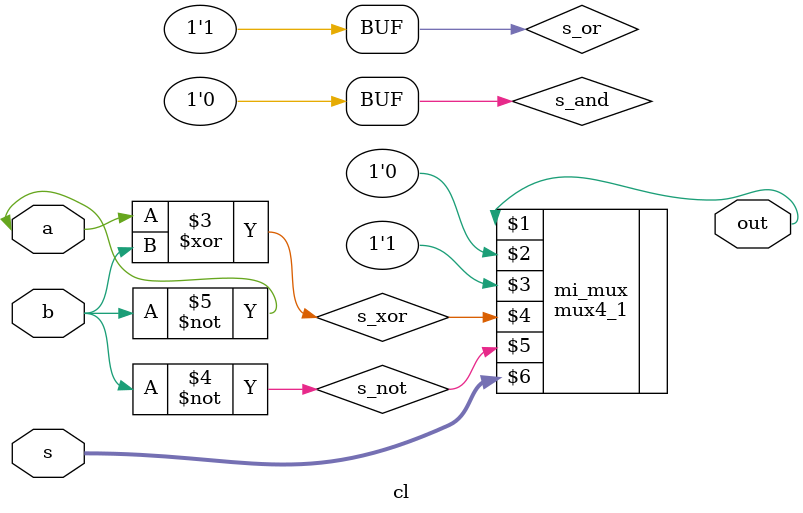
<source format=v>
module cl(output wire out, input wire a, b, input wire [1:0] s);
    wire s_and, s_or, s_xor, s_not;

    and puerta_and(s_and, a, b);
    or  puerta_or(s_or, a, b);
    xor puerta_xor(s_xor, a, b);
    not puerta_not(s_not, a, b);

    mux4_1 mi_mux(out, s_and, s_or, s_xor, s_not, s);
endmodule
</source>
